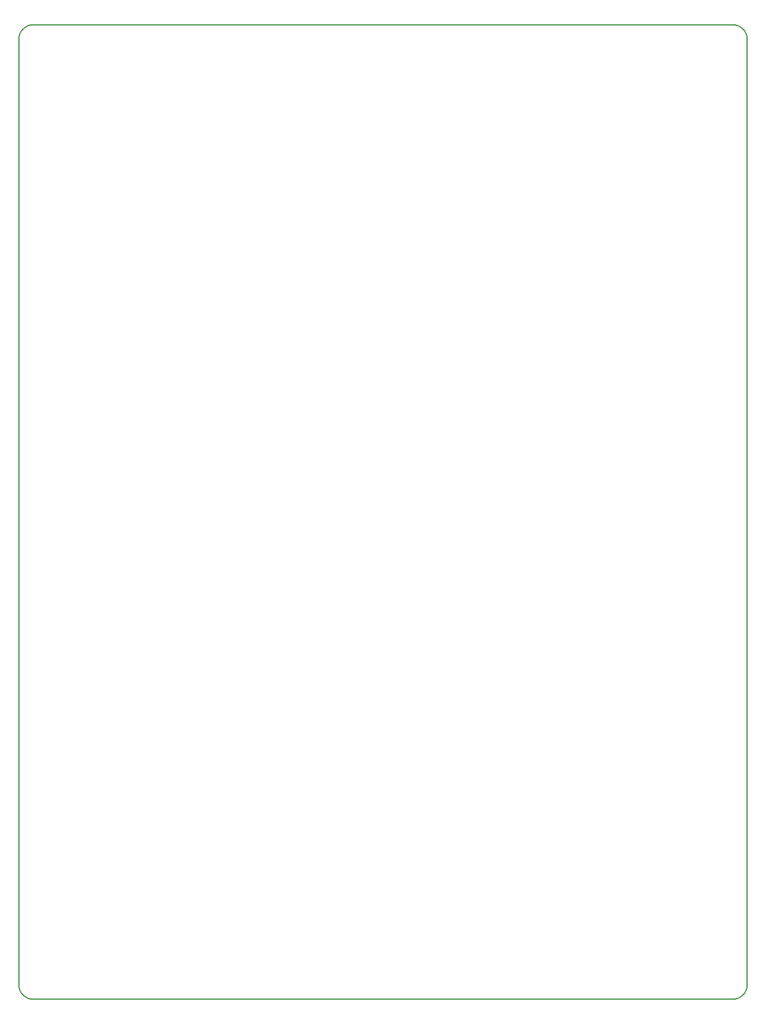
<source format=gbr>
%TF.GenerationSoftware,KiCad,Pcbnew,(5.1.7)-1*%
%TF.CreationDate,2021-01-28T11:15:27+10:00*%
%TF.ProjectId,TickTacToe,5469636b-5461-4635-946f-652e6b696361,rev?*%
%TF.SameCoordinates,Original*%
%TF.FileFunction,Profile,NP*%
%FSLAX46Y46*%
G04 Gerber Fmt 4.6, Leading zero omitted, Abs format (unit mm)*
G04 Created by KiCad (PCBNEW (5.1.7)-1) date 2021-01-28 11:15:27*
%MOMM*%
%LPD*%
G01*
G04 APERTURE LIST*
%TA.AperFunction,Profile*%
%ADD10C,0.200000*%
%TD*%
G04 APERTURE END LIST*
D10*
X31809900Y-177437900D02*
X32019000Y-177800000D01*
X31809900Y-40810900D02*
X31680700Y-41208600D01*
X32298700Y-40138100D02*
X32019000Y-40448800D01*
X33428000Y-39635400D02*
X33019000Y-39722300D01*
X134637000Y-39892400D02*
X134255000Y-39722300D01*
X31637000Y-176624400D02*
X31680700Y-177040200D01*
X133846000Y-39635400D02*
X33428000Y-39635400D01*
X31680700Y-41208600D02*
X31637000Y-41624400D01*
X31637000Y-41624400D02*
X31637000Y-176624400D01*
X134255000Y-39722300D02*
X133846000Y-39635400D01*
X134975300Y-40138100D02*
X134637000Y-39892400D01*
X32298700Y-178110700D02*
X32637000Y-178356400D01*
X32019000Y-177800000D02*
X32298700Y-178110700D01*
X135255000Y-40448800D02*
X134975300Y-40138100D01*
X31680700Y-177040200D02*
X31809900Y-177437900D01*
X134255000Y-178526500D02*
X134637000Y-178356400D01*
X133846000Y-178613400D02*
X134255000Y-178526500D01*
X33428000Y-178613400D02*
X133846000Y-178613400D01*
X33019000Y-39722300D02*
X32637000Y-39892400D01*
X32637000Y-39892400D02*
X32298700Y-40138100D01*
X32019000Y-40448800D02*
X31809900Y-40810900D01*
X134637000Y-178356400D02*
X134975300Y-178110700D01*
X33019000Y-178526500D02*
X33428000Y-178613400D01*
X32637000Y-178356400D02*
X33019000Y-178526500D01*
X135637000Y-176624400D02*
X135637000Y-41624400D01*
X135593300Y-41208600D02*
X135464100Y-40810900D01*
X134975300Y-178110700D02*
X135255000Y-177800000D01*
X135637000Y-41624400D02*
X135593300Y-41208600D01*
X135593300Y-177040200D02*
X135637000Y-176624400D01*
X135464100Y-40810900D02*
X135255000Y-40448800D01*
X135464100Y-177437900D02*
X135593300Y-177040200D01*
X135255000Y-177800000D02*
X135464100Y-177437900D01*
M02*

</source>
